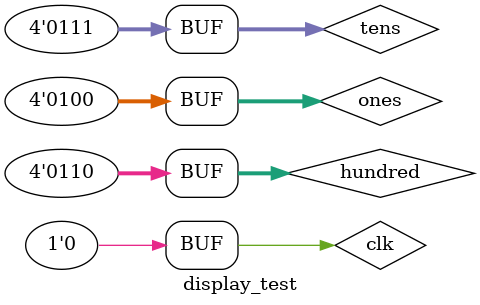
<source format=v>
`timescale 1ns / 1ps


module display_test;

	// Inputs
	reg [3:0] ones;
	reg [3:0] tens;
	reg [3:0] hundred;
	reg clk;

	// Outputs
	wire [7:0] led;
	wire [3:0] anode;

	// Instantiate the Unit Under Test (UUT)
	top_mod uut (
		.ones(ones), 
		.tens(tens), 
		.hundred(hundred), 
		.clk(clk), 
		.led(led), 
		.anode(anode)
	);

	initial begin
		// Initialize Inputs
		ones = 4;
		tens = 7;
		hundred = 6;
		
		// Wait 100 ns for global reset to finish
		#1000;
        
		// Add stimulus here

	end
	
	always begin
	clk =1;
	#20;
	clk=0;
	#20;
	end
      
endmodule


</source>
